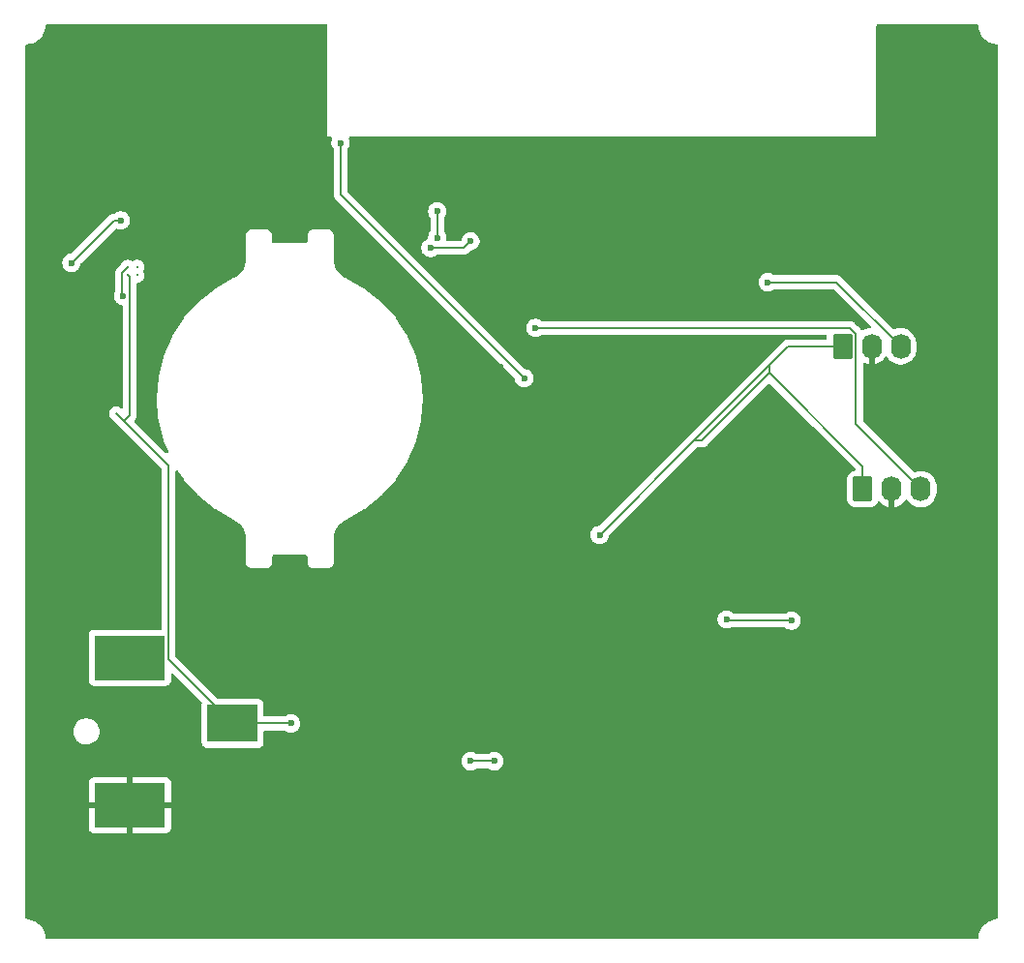
<source format=gbr>
%TF.GenerationSoftware,KiCad,Pcbnew,9.0.4*%
%TF.CreationDate,2025-10-08T17:20:44-05:00*%
%TF.ProjectId,ECE 445 - Suction Sense PCB-1,45434520-3434-4352-902d-205375637469,rev?*%
%TF.SameCoordinates,Original*%
%TF.FileFunction,Copper,L2,Bot*%
%TF.FilePolarity,Positive*%
%FSLAX46Y46*%
G04 Gerber Fmt 4.6, Leading zero omitted, Abs format (unit mm)*
G04 Created by KiCad (PCBNEW 9.0.4) date 2025-10-08 17:20:44*
%MOMM*%
%LPD*%
G01*
G04 APERTURE LIST*
G04 Aperture macros list*
%AMRoundRect*
0 Rectangle with rounded corners*
0 $1 Rounding radius*
0 $2 $3 $4 $5 $6 $7 $8 $9 X,Y pos of 4 corners*
0 Add a 4 corners polygon primitive as box body*
4,1,4,$2,$3,$4,$5,$6,$7,$8,$9,$2,$3,0*
0 Add four circle primitives for the rounded corners*
1,1,$1+$1,$2,$3*
1,1,$1+$1,$4,$5*
1,1,$1+$1,$6,$7*
1,1,$1+$1,$8,$9*
0 Add four rect primitives between the rounded corners*
20,1,$1+$1,$2,$3,$4,$5,0*
20,1,$1+$1,$4,$5,$6,$7,0*
20,1,$1+$1,$6,$7,$8,$9,0*
20,1,$1+$1,$8,$9,$2,$3,0*%
G04 Aperture macros list end*
%TA.AperFunction,ComponentPad*%
%ADD10C,0.300000*%
%TD*%
%TA.AperFunction,ComponentPad*%
%ADD11RoundRect,0.250000X-0.620000X-0.845000X0.620000X-0.845000X0.620000X0.845000X-0.620000X0.845000X0*%
%TD*%
%TA.AperFunction,ComponentPad*%
%ADD12O,1.740000X2.190000*%
%TD*%
%TA.AperFunction,HeatsinkPad*%
%ADD13C,0.600000*%
%TD*%
%TA.AperFunction,SMDPad,CuDef*%
%ADD14R,4.400000X3.300000*%
%TD*%
%TA.AperFunction,SMDPad,CuDef*%
%ADD15R,6.200000X3.900000*%
%TD*%
%TA.AperFunction,ViaPad*%
%ADD16C,0.600000*%
%TD*%
%TA.AperFunction,Conductor*%
%ADD17C,0.200000*%
%TD*%
G04 APERTURE END LIST*
D10*
%TO.P,U2,1_1,OUT__1*%
%TO.N,/BUCK_IN*%
X102938000Y-74587000D03*
%TO.P,U2,2_1,IN2__1*%
%TO.N,+5VB*%
X102938000Y-75287000D03*
%TO.P,U2,7_1,IN1__1*%
%TO.N,+3.7VA*%
X103738000Y-75287000D03*
%TO.P,U2,8_1,OUT__3*%
%TO.N,/BUCK_IN*%
X103738000Y-74587000D03*
%TD*%
D11*
%TO.P,J1,1,Pin_1*%
%TO.N,/3v3*%
X165460000Y-81500000D03*
D12*
%TO.P,J1,2,Pin_2*%
%TO.N,GND*%
X168000000Y-81500000D03*
%TO.P,J1,3,Pin_3*%
%TO.N,/IO5*%
X170540000Y-81500000D03*
%TD*%
D13*
%TO.P,U1,39,GND*%
%TO.N,GND*%
X141500000Y-71501000D03*
X141500000Y-72901000D03*
X142200000Y-70801000D03*
X142200000Y-72201000D03*
X142200000Y-73601000D03*
X142875000Y-71501000D03*
X142875000Y-72901000D03*
X143600000Y-70801000D03*
X143600000Y-72201000D03*
X143600000Y-73601000D03*
X144300000Y-71501000D03*
X144300000Y-72901000D03*
%TD*%
D11*
%TO.P,J2,1,Pin_1*%
%TO.N,/3v3*%
X167220000Y-94000000D03*
D12*
%TO.P,J2,2,Pin_2*%
%TO.N,GND*%
X169760000Y-94000000D03*
%TO.P,J2,3,Pin_3*%
%TO.N,/IO12*%
X172300000Y-94000000D03*
%TD*%
D14*
%TO.P,J4,1*%
%TO.N,+5VB*%
X112100000Y-114500000D03*
D15*
%TO.P,J4,2*%
%TO.N,GND*%
X103100000Y-121650000D03*
%TO.P,J4,3*%
%TO.N,N/C*%
X103100000Y-108750000D03*
%TD*%
D16*
%TO.N,*%
X98000000Y-74200000D03*
X102300000Y-70500000D03*
%TO.N,/3v3*%
X130000000Y-72000000D03*
X144200000Y-98000000D03*
X130000000Y-69700000D03*
%TO.N,GND*%
X128400000Y-91400000D03*
X114000000Y-66600000D03*
X160900000Y-103300000D03*
X131500000Y-87000000D03*
X135500000Y-83300000D03*
X133300000Y-84600000D03*
X157600000Y-103400000D03*
X156400000Y-103400000D03*
X115100000Y-62100000D03*
%TO.N,Net-(U3-BST)*%
X161000000Y-105500000D03*
X155300000Y-105400000D03*
%TO.N,/BUCK_IN*%
X102500000Y-77100000D03*
%TO.N,/IO35*%
X132900000Y-72300000D03*
X129400000Y-72900000D03*
%TO.N,/IO5*%
X158900000Y-75900000D03*
%TO.N,/IO12*%
X138600000Y-79900000D03*
%TO.N,/IO2*%
X121539600Y-63730500D03*
X137600000Y-84300000D03*
%TO.N,+5VB*%
X117200000Y-114500000D03*
%TO.N,Net-(U4-V_{SS})*%
X135000000Y-117800000D03*
X132900000Y-117800000D03*
%TD*%
D17*
%TO.N,*%
X102300000Y-70500000D02*
X101700000Y-70500000D01*
X101700000Y-70500000D02*
X98000000Y-74200000D01*
%TO.N,/3v3*%
X165460000Y-81500000D02*
X160700000Y-81500000D01*
X167220000Y-94000000D02*
X167220000Y-92020000D01*
X160700000Y-81500000D02*
X152450000Y-89750000D01*
X152450000Y-89750000D02*
X144200000Y-98000000D01*
X159050000Y-83850000D02*
X159050000Y-83150000D01*
X167220000Y-92020000D02*
X159050000Y-83850000D01*
X152450000Y-89750000D02*
X153150000Y-89750000D01*
X130000000Y-72000000D02*
X130000000Y-69700000D01*
X153150000Y-89750000D02*
X159050000Y-83850000D01*
%TO.N,GND*%
X114000000Y-66600000D02*
X114000000Y-63200000D01*
X128400000Y-90100000D02*
X128400000Y-91400000D01*
X131500000Y-87000000D02*
X128400000Y-90100000D01*
X135500000Y-83300000D02*
X134600000Y-83300000D01*
X134600000Y-83300000D02*
X133300000Y-84600000D01*
X157600000Y-103400000D02*
X160800000Y-103400000D01*
X114000000Y-63200000D02*
X115100000Y-62100000D01*
X160800000Y-103400000D02*
X160900000Y-103300000D01*
%TO.N,Net-(U3-BST)*%
X155400000Y-105500000D02*
X155300000Y-105400000D01*
X161000000Y-105500000D02*
X155400000Y-105500000D01*
%TO.N,/BUCK_IN*%
X102500000Y-77100000D02*
X102436800Y-77036800D01*
X102436800Y-77036800D02*
X102436800Y-75088200D01*
X102436800Y-75088200D02*
X102938000Y-74587000D01*
%TO.N,/IO35*%
X129400000Y-72900000D02*
X132300000Y-72900000D01*
X132300000Y-72900000D02*
X132900000Y-72300000D01*
%TO.N,/IO5*%
X164940000Y-75900000D02*
X170540000Y-81500000D01*
X158900000Y-75900000D02*
X164940000Y-75900000D01*
%TO.N,/IO12*%
X166631000Y-80419800D02*
X166111000Y-79900000D01*
X172300000Y-94000000D02*
X166631000Y-88331000D01*
X166111000Y-79900000D02*
X138600000Y-79900000D01*
X166631000Y-88331000D02*
X166631000Y-80419800D01*
%TO.N,/IO2*%
X121539600Y-68239600D02*
X121539600Y-63730500D01*
X137600000Y-84300000D02*
X124349500Y-71049500D01*
X124349500Y-71049500D02*
X124099000Y-70799000D01*
X124099000Y-70799000D02*
X121539600Y-68239600D01*
%TO.N,+5VB*%
X112100000Y-114500000D02*
X106501000Y-108901000D01*
X106501000Y-108901000D02*
X106501000Y-91954100D01*
X103107900Y-87522000D02*
X102588400Y-88041500D01*
X102588400Y-88041500D02*
X101900000Y-87353100D01*
X112100000Y-114500000D02*
X117200000Y-114500000D01*
X106501000Y-91954100D02*
X102588400Y-88041500D01*
X103107900Y-75456900D02*
X103107900Y-87522000D01*
X102938000Y-75287000D02*
X103107900Y-75456900D01*
%TO.N,Net-(U4-V_{SS})*%
X135000000Y-117800000D02*
X132900000Y-117800000D01*
%TD*%
%TA.AperFunction,Conductor*%
%TO.N,GND*%
G36*
X120343039Y-53359685D02*
G01*
X120388794Y-53412489D01*
X120400000Y-53464000D01*
X120400000Y-63181000D01*
X120715176Y-63181000D01*
X120782215Y-63200685D01*
X120827970Y-63253489D01*
X120837914Y-63322647D01*
X120829737Y-63352452D01*
X120769864Y-63496998D01*
X120769861Y-63497010D01*
X120739100Y-63651653D01*
X120739100Y-63809346D01*
X120769861Y-63963989D01*
X120769864Y-63964001D01*
X120830202Y-64109672D01*
X120830209Y-64109685D01*
X120918202Y-64241374D01*
X120939080Y-64308051D01*
X120939100Y-64310265D01*
X120939100Y-68152930D01*
X120939099Y-68152948D01*
X120939099Y-68318654D01*
X120939098Y-68318654D01*
X120980023Y-68471385D01*
X121008958Y-68521500D01*
X121008959Y-68521504D01*
X121008960Y-68521504D01*
X121059079Y-68608314D01*
X121059081Y-68608317D01*
X121177949Y-68727185D01*
X121177955Y-68727190D01*
X136765425Y-84314660D01*
X136798910Y-84375983D01*
X136799361Y-84378149D01*
X136830261Y-84533491D01*
X136830264Y-84533501D01*
X136890602Y-84679172D01*
X136890609Y-84679185D01*
X136978210Y-84810288D01*
X136978213Y-84810292D01*
X137089707Y-84921786D01*
X137089711Y-84921789D01*
X137220814Y-85009390D01*
X137220827Y-85009397D01*
X137366498Y-85069735D01*
X137366503Y-85069737D01*
X137521153Y-85100499D01*
X137521156Y-85100500D01*
X137521158Y-85100500D01*
X137678844Y-85100500D01*
X137678845Y-85100499D01*
X137833497Y-85069737D01*
X137979179Y-85009394D01*
X138110289Y-84921789D01*
X138221789Y-84810289D01*
X138309394Y-84679179D01*
X138369737Y-84533497D01*
X138400500Y-84378842D01*
X138400500Y-84221158D01*
X138400500Y-84221155D01*
X138400499Y-84221153D01*
X138397732Y-84207241D01*
X138369737Y-84066503D01*
X138369735Y-84066498D01*
X138309397Y-83920827D01*
X138309390Y-83920814D01*
X138221789Y-83789711D01*
X138221786Y-83789707D01*
X138110292Y-83678213D01*
X138110288Y-83678210D01*
X137979185Y-83590609D01*
X137979172Y-83590602D01*
X137833501Y-83530264D01*
X137833491Y-83530261D01*
X137678149Y-83499361D01*
X137616238Y-83466976D01*
X137614660Y-83465425D01*
X133970388Y-79821153D01*
X137799500Y-79821153D01*
X137799500Y-79978846D01*
X137830261Y-80133489D01*
X137830264Y-80133501D01*
X137890602Y-80279172D01*
X137890609Y-80279185D01*
X137978210Y-80410288D01*
X137978213Y-80410292D01*
X138089707Y-80521786D01*
X138089711Y-80521789D01*
X138220814Y-80609390D01*
X138220827Y-80609397D01*
X138357092Y-80665839D01*
X138366503Y-80669737D01*
X138463073Y-80688946D01*
X138521153Y-80700499D01*
X138521156Y-80700500D01*
X138521158Y-80700500D01*
X138678844Y-80700500D01*
X138678845Y-80700499D01*
X138833497Y-80669737D01*
X138946166Y-80623067D01*
X138979172Y-80609397D01*
X138979172Y-80609396D01*
X138979179Y-80609394D01*
X139058040Y-80556701D01*
X139110875Y-80521398D01*
X139177553Y-80500520D01*
X139179766Y-80500500D01*
X163965500Y-80500500D01*
X163974185Y-80503050D01*
X163983147Y-80501762D01*
X164007187Y-80512740D01*
X164032539Y-80520185D01*
X164038466Y-80527025D01*
X164046703Y-80530787D01*
X164060992Y-80553021D01*
X164078294Y-80572989D01*
X164080581Y-80583503D01*
X164084477Y-80589565D01*
X164089500Y-80624500D01*
X164089500Y-80775500D01*
X164069815Y-80842539D01*
X164017011Y-80888294D01*
X163965500Y-80899500D01*
X160786669Y-80899500D01*
X160786653Y-80899499D01*
X160779057Y-80899499D01*
X160620943Y-80899499D01*
X160513587Y-80928265D01*
X160468210Y-80940424D01*
X160468209Y-80940425D01*
X160418096Y-80969359D01*
X160418095Y-80969360D01*
X160374689Y-80994420D01*
X160331285Y-81019479D01*
X160331282Y-81019481D01*
X144185339Y-97165425D01*
X144124016Y-97198910D01*
X144121850Y-97199361D01*
X143966508Y-97230261D01*
X143966498Y-97230264D01*
X143820827Y-97290602D01*
X143820814Y-97290609D01*
X143689711Y-97378210D01*
X143689707Y-97378213D01*
X143578213Y-97489707D01*
X143578210Y-97489711D01*
X143490609Y-97620814D01*
X143490602Y-97620827D01*
X143430264Y-97766498D01*
X143430261Y-97766510D01*
X143399500Y-97921153D01*
X143399500Y-98078846D01*
X143430261Y-98233489D01*
X143430264Y-98233501D01*
X143490602Y-98379172D01*
X143490609Y-98379185D01*
X143578210Y-98510288D01*
X143578213Y-98510292D01*
X143689707Y-98621786D01*
X143689711Y-98621789D01*
X143820814Y-98709390D01*
X143820827Y-98709397D01*
X143966498Y-98769735D01*
X143966503Y-98769737D01*
X144121153Y-98800499D01*
X144121156Y-98800500D01*
X144121158Y-98800500D01*
X144278844Y-98800500D01*
X144278845Y-98800499D01*
X144433497Y-98769737D01*
X144579179Y-98709394D01*
X144710289Y-98621789D01*
X144821789Y-98510289D01*
X144909394Y-98379179D01*
X144969737Y-98233497D01*
X144989113Y-98136085D01*
X145000638Y-98078150D01*
X145033023Y-98016239D01*
X145034518Y-98014716D01*
X152662416Y-90386819D01*
X152723739Y-90353334D01*
X152750097Y-90350500D01*
X153063331Y-90350500D01*
X153063347Y-90350501D01*
X153070943Y-90350501D01*
X153229054Y-90350501D01*
X153229057Y-90350501D01*
X153381785Y-90309577D01*
X153431904Y-90280639D01*
X153518716Y-90230520D01*
X153630520Y-90118716D01*
X153630520Y-90118714D01*
X153640728Y-90108507D01*
X153640730Y-90108504D01*
X158962320Y-84786913D01*
X159023641Y-84753430D01*
X159093333Y-84758414D01*
X159137677Y-84786913D01*
X162872785Y-88522020D01*
X166551719Y-92200954D01*
X166585204Y-92262277D01*
X166580220Y-92331969D01*
X166538348Y-92387902D01*
X166476643Y-92411993D01*
X166447201Y-92415001D01*
X166447200Y-92415001D01*
X166280668Y-92470185D01*
X166280663Y-92470187D01*
X166131342Y-92562289D01*
X166007289Y-92686342D01*
X165915187Y-92835663D01*
X165915185Y-92835668D01*
X165914801Y-92836828D01*
X165860001Y-93002203D01*
X165860001Y-93002204D01*
X165860000Y-93002204D01*
X165849500Y-93104983D01*
X165849500Y-94895001D01*
X165849501Y-94895018D01*
X165860000Y-94997796D01*
X165860001Y-94997799D01*
X165897774Y-95111788D01*
X165915186Y-95164334D01*
X166007288Y-95313656D01*
X166131344Y-95437712D01*
X166280666Y-95529814D01*
X166447203Y-95584999D01*
X166549991Y-95595500D01*
X167890008Y-95595499D01*
X167992797Y-95584999D01*
X168159334Y-95529814D01*
X168308656Y-95437712D01*
X168432712Y-95313656D01*
X168524814Y-95164334D01*
X168524817Y-95164323D01*
X168525353Y-95163177D01*
X168525934Y-95162516D01*
X168528605Y-95158187D01*
X168529344Y-95158643D01*
X168571521Y-95110734D01*
X168638713Y-95091577D01*
X168705596Y-95111788D01*
X168725420Y-95127892D01*
X168867502Y-95269974D01*
X169041963Y-95396728D01*
X169234098Y-95494627D01*
X169439190Y-95561266D01*
X169510000Y-95572481D01*
X169510000Y-94542709D01*
X169530339Y-94554452D01*
X169681667Y-94595000D01*
X169838333Y-94595000D01*
X169989661Y-94554452D01*
X170010000Y-94542709D01*
X170010000Y-95572480D01*
X170080809Y-95561266D01*
X170285901Y-95494627D01*
X170478036Y-95396728D01*
X170652496Y-95269974D01*
X170652497Y-95269974D01*
X170804974Y-95117497D01*
X170804979Y-95117491D01*
X170929372Y-94946280D01*
X170984702Y-94903614D01*
X171054315Y-94897635D01*
X171116110Y-94930241D01*
X171130008Y-94946279D01*
X171254641Y-95117821D01*
X171407179Y-95270359D01*
X171581701Y-95397157D01*
X171773911Y-95495092D01*
X171979074Y-95561754D01*
X172046796Y-95572480D01*
X172192134Y-95595500D01*
X172192139Y-95595500D01*
X172407866Y-95595500D01*
X172526230Y-95576752D01*
X172620926Y-95561754D01*
X172826089Y-95495092D01*
X173018299Y-95397157D01*
X173192821Y-95270359D01*
X173345359Y-95117821D01*
X173472157Y-94943299D01*
X173570092Y-94751089D01*
X173636754Y-94545926D01*
X173651752Y-94451230D01*
X173670500Y-94332866D01*
X173670500Y-93667133D01*
X173636754Y-93454077D01*
X173636754Y-93454074D01*
X173570092Y-93248911D01*
X173472157Y-93056701D01*
X173345359Y-92882179D01*
X173192821Y-92729641D01*
X173018299Y-92602843D01*
X172826089Y-92504908D01*
X172620926Y-92438246D01*
X172620924Y-92438245D01*
X172620922Y-92438245D01*
X172407866Y-92404500D01*
X172407861Y-92404500D01*
X172192139Y-92404500D01*
X172192134Y-92404500D01*
X171979077Y-92438245D01*
X171979076Y-92438245D01*
X171773915Y-92504906D01*
X171769419Y-92506769D01*
X171768914Y-92505550D01*
X171706158Y-92517329D01*
X171641421Y-92491045D01*
X171630866Y-92481630D01*
X167267819Y-88118583D01*
X167234334Y-88057260D01*
X167231500Y-88030902D01*
X167231500Y-83073366D01*
X167251185Y-83006327D01*
X167303989Y-82960572D01*
X167373147Y-82950628D01*
X167411796Y-82962882D01*
X167474096Y-82994626D01*
X167679190Y-83061266D01*
X167750000Y-83072481D01*
X167750000Y-82042709D01*
X167770339Y-82054452D01*
X167921667Y-82095000D01*
X168078333Y-82095000D01*
X168229661Y-82054452D01*
X168250000Y-82042709D01*
X168250000Y-83072480D01*
X168320809Y-83061266D01*
X168525901Y-82994627D01*
X168718036Y-82896728D01*
X168892496Y-82769974D01*
X168892497Y-82769974D01*
X169044974Y-82617497D01*
X169044979Y-82617491D01*
X169169372Y-82446280D01*
X169224702Y-82403614D01*
X169294315Y-82397635D01*
X169356110Y-82430241D01*
X169370008Y-82446279D01*
X169494641Y-82617821D01*
X169647179Y-82770359D01*
X169821701Y-82897157D01*
X170013911Y-82995092D01*
X170219074Y-83061754D01*
X170286796Y-83072480D01*
X170432134Y-83095500D01*
X170432139Y-83095500D01*
X170647866Y-83095500D01*
X170766230Y-83076752D01*
X170860926Y-83061754D01*
X171066089Y-82995092D01*
X171258299Y-82897157D01*
X171432821Y-82770359D01*
X171585359Y-82617821D01*
X171712157Y-82443299D01*
X171810092Y-82251089D01*
X171876754Y-82045926D01*
X171891752Y-81951230D01*
X171910500Y-81832866D01*
X171910500Y-81167133D01*
X171876754Y-80954077D01*
X171876754Y-80954074D01*
X171810092Y-80748911D01*
X171712157Y-80556701D01*
X171585359Y-80382179D01*
X171432821Y-80229641D01*
X171258299Y-80102843D01*
X171066089Y-80004908D01*
X170860926Y-79938246D01*
X170860924Y-79938245D01*
X170860922Y-79938245D01*
X170647866Y-79904500D01*
X170647861Y-79904500D01*
X170432139Y-79904500D01*
X170432134Y-79904500D01*
X170219077Y-79938245D01*
X170013913Y-80004907D01*
X170009407Y-80006774D01*
X170008901Y-80005552D01*
X169946157Y-80017329D01*
X169881420Y-79991045D01*
X169870865Y-79981630D01*
X165427590Y-75538355D01*
X165427588Y-75538352D01*
X165308717Y-75419481D01*
X165308709Y-75419475D01*
X165199500Y-75356424D01*
X165199499Y-75356423D01*
X165180018Y-75345176D01*
X165171785Y-75340423D01*
X165019057Y-75299499D01*
X164860943Y-75299499D01*
X164853347Y-75299499D01*
X164853331Y-75299500D01*
X159479766Y-75299500D01*
X159412727Y-75279815D01*
X159410875Y-75278602D01*
X159279185Y-75190609D01*
X159279172Y-75190602D01*
X159133501Y-75130264D01*
X159133489Y-75130261D01*
X158978845Y-75099500D01*
X158978842Y-75099500D01*
X158821158Y-75099500D01*
X158821155Y-75099500D01*
X158666510Y-75130261D01*
X158666498Y-75130264D01*
X158520827Y-75190602D01*
X158520814Y-75190609D01*
X158389711Y-75278210D01*
X158389707Y-75278213D01*
X158278213Y-75389707D01*
X158278210Y-75389711D01*
X158190609Y-75520814D01*
X158190602Y-75520827D01*
X158130264Y-75666498D01*
X158130261Y-75666510D01*
X158099500Y-75821153D01*
X158099500Y-75978846D01*
X158130261Y-76133489D01*
X158130264Y-76133501D01*
X158190602Y-76279172D01*
X158190609Y-76279185D01*
X158278210Y-76410288D01*
X158278213Y-76410292D01*
X158389707Y-76521786D01*
X158389711Y-76521789D01*
X158520814Y-76609390D01*
X158520827Y-76609397D01*
X158666498Y-76669735D01*
X158666503Y-76669737D01*
X158821153Y-76700499D01*
X158821156Y-76700500D01*
X158821158Y-76700500D01*
X158978844Y-76700500D01*
X158978845Y-76700499D01*
X159133497Y-76669737D01*
X159246166Y-76623067D01*
X159279172Y-76609397D01*
X159279172Y-76609396D01*
X159279179Y-76609394D01*
X159279185Y-76609390D01*
X159410875Y-76521398D01*
X159477553Y-76500520D01*
X159479766Y-76500500D01*
X164639903Y-76500500D01*
X164706942Y-76520185D01*
X164727584Y-76536819D01*
X167895845Y-79705080D01*
X167929330Y-79766403D01*
X167924346Y-79836095D01*
X167882474Y-79892028D01*
X167827562Y-79915234D01*
X167679190Y-79938733D01*
X167474098Y-80005373D01*
X167278390Y-80105091D01*
X167272715Y-80106156D01*
X167268179Y-80109724D01*
X167238764Y-80112532D01*
X167209720Y-80117987D01*
X167204372Y-80115816D01*
X167198626Y-80116365D01*
X167172357Y-80102822D01*
X167144980Y-80091710D01*
X167140318Y-80086304D01*
X167136524Y-80084348D01*
X167114707Y-80056604D01*
X167111523Y-80051089D01*
X167111522Y-80051088D01*
X167111520Y-80051084D01*
X167111516Y-80051080D01*
X167111467Y-80051016D01*
X167111451Y-80050996D01*
X167111449Y-80050992D01*
X167057070Y-79996634D01*
X166999716Y-79939280D01*
X166999663Y-79939249D01*
X166765403Y-79705080D01*
X166539180Y-79478944D01*
X166479716Y-79419480D01*
X166479715Y-79419479D01*
X166479711Y-79419475D01*
X166479638Y-79419419D01*
X166479623Y-79419410D01*
X166428154Y-79389707D01*
X166414100Y-79381596D01*
X166414082Y-79381586D01*
X166342782Y-79340422D01*
X166342682Y-79340380D01*
X166315932Y-79333217D01*
X166265023Y-79319586D01*
X166263824Y-79319265D01*
X166190057Y-79299500D01*
X166190002Y-79299500D01*
X166189942Y-79299484D01*
X166189914Y-79299484D01*
X166189911Y-79299483D01*
X166108350Y-79299499D01*
X166108334Y-79299500D01*
X139179766Y-79299500D01*
X139112727Y-79279815D01*
X139110875Y-79278602D01*
X138979185Y-79190609D01*
X138979172Y-79190602D01*
X138833501Y-79130264D01*
X138833489Y-79130261D01*
X138678845Y-79099500D01*
X138678842Y-79099500D01*
X138521158Y-79099500D01*
X138521155Y-79099500D01*
X138366510Y-79130261D01*
X138366498Y-79130264D01*
X138220827Y-79190602D01*
X138220814Y-79190609D01*
X138089711Y-79278210D01*
X138089707Y-79278213D01*
X137978213Y-79389707D01*
X137978210Y-79389711D01*
X137890609Y-79520814D01*
X137890602Y-79520827D01*
X137830264Y-79666498D01*
X137830261Y-79666510D01*
X137799500Y-79821153D01*
X133970388Y-79821153D01*
X126970388Y-72821153D01*
X128599500Y-72821153D01*
X128599500Y-72978846D01*
X128630261Y-73133489D01*
X128630264Y-73133501D01*
X128690602Y-73279172D01*
X128690609Y-73279185D01*
X128778210Y-73410288D01*
X128778213Y-73410292D01*
X128889707Y-73521786D01*
X128889711Y-73521789D01*
X129020814Y-73609390D01*
X129020827Y-73609397D01*
X129166498Y-73669735D01*
X129166503Y-73669737D01*
X129321153Y-73700499D01*
X129321156Y-73700500D01*
X129321158Y-73700500D01*
X129478844Y-73700500D01*
X129478845Y-73700499D01*
X129633497Y-73669737D01*
X129779179Y-73609394D01*
X129825849Y-73578210D01*
X129910875Y-73521398D01*
X129977553Y-73500520D01*
X129979766Y-73500500D01*
X132213331Y-73500500D01*
X132213347Y-73500501D01*
X132220943Y-73500501D01*
X132379054Y-73500501D01*
X132379057Y-73500501D01*
X132531785Y-73459577D01*
X132582558Y-73430263D01*
X132668716Y-73380520D01*
X132780520Y-73268716D01*
X132780520Y-73268714D01*
X132790724Y-73258511D01*
X132790730Y-73258504D01*
X132914662Y-73134572D01*
X132975984Y-73101088D01*
X132978151Y-73100637D01*
X132978840Y-73100500D01*
X132978842Y-73100500D01*
X133133497Y-73069737D01*
X133279179Y-73009394D01*
X133410289Y-72921789D01*
X133521789Y-72810289D01*
X133609394Y-72679179D01*
X133669737Y-72533497D01*
X133700500Y-72378842D01*
X133700500Y-72221158D01*
X133700500Y-72221155D01*
X133700499Y-72221153D01*
X133682420Y-72130263D01*
X133669737Y-72066503D01*
X133609534Y-71921158D01*
X133609397Y-71920827D01*
X133609390Y-71920814D01*
X133521789Y-71789711D01*
X133521786Y-71789707D01*
X133410292Y-71678213D01*
X133410288Y-71678210D01*
X133279185Y-71590609D01*
X133279172Y-71590602D01*
X133133501Y-71530264D01*
X133133489Y-71530261D01*
X132978845Y-71499500D01*
X132978842Y-71499500D01*
X132821158Y-71499500D01*
X132821155Y-71499500D01*
X132666510Y-71530261D01*
X132666498Y-71530264D01*
X132520827Y-71590602D01*
X132520814Y-71590609D01*
X132389711Y-71678210D01*
X132389707Y-71678213D01*
X132278213Y-71789707D01*
X132278210Y-71789711D01*
X132190609Y-71920814D01*
X132190602Y-71920827D01*
X132130264Y-72066498D01*
X132130261Y-72066508D01*
X132103769Y-72199692D01*
X132071384Y-72261603D01*
X132010668Y-72296177D01*
X131982152Y-72299500D01*
X130907703Y-72299500D01*
X130840664Y-72279815D01*
X130794909Y-72227011D01*
X130784965Y-72157853D01*
X130786086Y-72151309D01*
X130800499Y-72078846D01*
X130800500Y-72078844D01*
X130800500Y-71921155D01*
X130800499Y-71921153D01*
X130786592Y-71851240D01*
X130769737Y-71766503D01*
X130757918Y-71737969D01*
X130709397Y-71620827D01*
X130709390Y-71620814D01*
X130621398Y-71489125D01*
X130600520Y-71422447D01*
X130600500Y-71420234D01*
X130600500Y-70279765D01*
X130620185Y-70212726D01*
X130621398Y-70210874D01*
X130674579Y-70131284D01*
X130709394Y-70079179D01*
X130769737Y-69933497D01*
X130800500Y-69778842D01*
X130800500Y-69621158D01*
X130800500Y-69621155D01*
X130800499Y-69621153D01*
X130769738Y-69466510D01*
X130769737Y-69466503D01*
X130769735Y-69466498D01*
X130709397Y-69320827D01*
X130709390Y-69320814D01*
X130621789Y-69189711D01*
X130621786Y-69189707D01*
X130510292Y-69078213D01*
X130510288Y-69078210D01*
X130379185Y-68990609D01*
X130379172Y-68990602D01*
X130233501Y-68930264D01*
X130233489Y-68930261D01*
X130078845Y-68899500D01*
X130078842Y-68899500D01*
X129921158Y-68899500D01*
X129921155Y-68899500D01*
X129766510Y-68930261D01*
X129766498Y-68930264D01*
X129620827Y-68990602D01*
X129620814Y-68990609D01*
X129489711Y-69078210D01*
X129489707Y-69078213D01*
X129378213Y-69189707D01*
X129378210Y-69189711D01*
X129290609Y-69320814D01*
X129290602Y-69320827D01*
X129230264Y-69466498D01*
X129230261Y-69466510D01*
X129199500Y-69621153D01*
X129199500Y-69778846D01*
X129230261Y-69933489D01*
X129230264Y-69933501D01*
X129290602Y-70079172D01*
X129290609Y-70079185D01*
X129378602Y-70210874D01*
X129399480Y-70277551D01*
X129399500Y-70279765D01*
X129399500Y-71420234D01*
X129379815Y-71487273D01*
X129378602Y-71489125D01*
X129290609Y-71620814D01*
X129290602Y-71620827D01*
X129230264Y-71766498D01*
X129230261Y-71766510D01*
X129199500Y-71921153D01*
X129199500Y-72033740D01*
X129179815Y-72100779D01*
X129127011Y-72146534D01*
X129122953Y-72148301D01*
X129020824Y-72190604D01*
X129020814Y-72190609D01*
X128889711Y-72278210D01*
X128889707Y-72278213D01*
X128778213Y-72389707D01*
X128778210Y-72389711D01*
X128690609Y-72520814D01*
X128690602Y-72520827D01*
X128630264Y-72666498D01*
X128630261Y-72666510D01*
X128599500Y-72821153D01*
X126970388Y-72821153D01*
X122176419Y-68027184D01*
X122142934Y-67965861D01*
X122140100Y-67939503D01*
X122140100Y-64310265D01*
X122159785Y-64243226D01*
X122160998Y-64241374D01*
X122248990Y-64109685D01*
X122248990Y-64109684D01*
X122248994Y-64109679D01*
X122309337Y-63963997D01*
X122340100Y-63809342D01*
X122340100Y-63651658D01*
X122340100Y-63651655D01*
X122340099Y-63651653D01*
X122309338Y-63497010D01*
X122309337Y-63497003D01*
X122309335Y-63496998D01*
X122249463Y-63352452D01*
X122241994Y-63282983D01*
X122273269Y-63220504D01*
X122333359Y-63184852D01*
X122364024Y-63181000D01*
X168400000Y-63181000D01*
X168400000Y-53464000D01*
X168419685Y-53396961D01*
X168472489Y-53351206D01*
X168524000Y-53340000D01*
X177195841Y-53340000D01*
X177262880Y-53359685D01*
X177308635Y-53412489D01*
X177318293Y-53450798D01*
X177318970Y-53450709D01*
X177319500Y-53454734D01*
X177349452Y-53682238D01*
X177349453Y-53682240D01*
X177408842Y-53903887D01*
X177496650Y-54115876D01*
X177496657Y-54115890D01*
X177611392Y-54314617D01*
X177751081Y-54496661D01*
X177751089Y-54496670D01*
X177913330Y-54658911D01*
X177913338Y-54658918D01*
X178095382Y-54798607D01*
X178095385Y-54798608D01*
X178095388Y-54798611D01*
X178294112Y-54913344D01*
X178294117Y-54913346D01*
X178294123Y-54913349D01*
X178385480Y-54951190D01*
X178506113Y-55001158D01*
X178727762Y-55060548D01*
X178941192Y-55088647D01*
X178959291Y-55091030D01*
X178959127Y-55092268D01*
X179019693Y-55114432D01*
X179061911Y-55170104D01*
X179070000Y-55214158D01*
X179070000Y-131475841D01*
X179050315Y-131542880D01*
X178997511Y-131588635D01*
X178959201Y-131598293D01*
X178959291Y-131598970D01*
X178814233Y-131618067D01*
X178727762Y-131629452D01*
X178634076Y-131654554D01*
X178506112Y-131688842D01*
X178294123Y-131776650D01*
X178294109Y-131776657D01*
X178095382Y-131891392D01*
X177913338Y-132031081D01*
X177751081Y-132193338D01*
X177611392Y-132375382D01*
X177496657Y-132574109D01*
X177496650Y-132574123D01*
X177408842Y-132786112D01*
X177349453Y-133007759D01*
X177349451Y-133007770D01*
X177318970Y-133239291D01*
X177317740Y-133239129D01*
X177295542Y-133299727D01*
X177239855Y-133341926D01*
X177195841Y-133350000D01*
X95854159Y-133350000D01*
X95787120Y-133330315D01*
X95741365Y-133277511D01*
X95731706Y-133239201D01*
X95731030Y-133239291D01*
X95728647Y-133221192D01*
X95700548Y-133007762D01*
X95641158Y-132786113D01*
X95553344Y-132574112D01*
X95438611Y-132375388D01*
X95438608Y-132375385D01*
X95438607Y-132375382D01*
X95298918Y-132193338D01*
X95298911Y-132193330D01*
X95136670Y-132031089D01*
X95136661Y-132031081D01*
X94954617Y-131891392D01*
X94755890Y-131776657D01*
X94755876Y-131776650D01*
X94543887Y-131688842D01*
X94322238Y-131629452D01*
X94166120Y-131608898D01*
X94090709Y-131598970D01*
X94090870Y-131597740D01*
X94030273Y-131575542D01*
X93988074Y-131519855D01*
X93980000Y-131475841D01*
X93980000Y-123647844D01*
X99500000Y-123647844D01*
X99506401Y-123707372D01*
X99506403Y-123707379D01*
X99556645Y-123842086D01*
X99556649Y-123842093D01*
X99642809Y-123957187D01*
X99642812Y-123957190D01*
X99757906Y-124043350D01*
X99757913Y-124043354D01*
X99892620Y-124093596D01*
X99892627Y-124093598D01*
X99952155Y-124099999D01*
X99952172Y-124100000D01*
X102850000Y-124100000D01*
X103350000Y-124100000D01*
X106247828Y-124100000D01*
X106247844Y-124099999D01*
X106307372Y-124093598D01*
X106307379Y-124093596D01*
X106442086Y-124043354D01*
X106442093Y-124043350D01*
X106557187Y-123957190D01*
X106557190Y-123957187D01*
X106643350Y-123842093D01*
X106643354Y-123842086D01*
X106693596Y-123707379D01*
X106693598Y-123707372D01*
X106699999Y-123647844D01*
X106700000Y-123647827D01*
X106700000Y-121900000D01*
X103350000Y-121900000D01*
X103350000Y-124100000D01*
X102850000Y-124100000D01*
X102850000Y-121900000D01*
X99500000Y-121900000D01*
X99500000Y-123647844D01*
X93980000Y-123647844D01*
X93980000Y-119652155D01*
X99500000Y-119652155D01*
X99500000Y-121400000D01*
X102850000Y-121400000D01*
X103350000Y-121400000D01*
X106700000Y-121400000D01*
X106700000Y-119652172D01*
X106699999Y-119652155D01*
X106693598Y-119592627D01*
X106693596Y-119592620D01*
X106643354Y-119457913D01*
X106643350Y-119457906D01*
X106557190Y-119342812D01*
X106557187Y-119342809D01*
X106442093Y-119256649D01*
X106442086Y-119256645D01*
X106307379Y-119206403D01*
X106307372Y-119206401D01*
X106247844Y-119200000D01*
X103350000Y-119200000D01*
X103350000Y-121400000D01*
X102850000Y-121400000D01*
X102850000Y-119200000D01*
X99952155Y-119200000D01*
X99892627Y-119206401D01*
X99892620Y-119206403D01*
X99757913Y-119256645D01*
X99757906Y-119256649D01*
X99642812Y-119342809D01*
X99642809Y-119342812D01*
X99556649Y-119457906D01*
X99556645Y-119457913D01*
X99506403Y-119592620D01*
X99506401Y-119592627D01*
X99500000Y-119652155D01*
X93980000Y-119652155D01*
X93980000Y-117721153D01*
X132099500Y-117721153D01*
X132099500Y-117878846D01*
X132130261Y-118033489D01*
X132130264Y-118033501D01*
X132190602Y-118179172D01*
X132190609Y-118179185D01*
X132278210Y-118310288D01*
X132278213Y-118310292D01*
X132389707Y-118421786D01*
X132389711Y-118421789D01*
X132520814Y-118509390D01*
X132520827Y-118509397D01*
X132666498Y-118569735D01*
X132666503Y-118569737D01*
X132821153Y-118600499D01*
X132821156Y-118600500D01*
X132821158Y-118600500D01*
X132978844Y-118600500D01*
X132978845Y-118600499D01*
X133133497Y-118569737D01*
X133279179Y-118509394D01*
X133279185Y-118509390D01*
X133410875Y-118421398D01*
X133477553Y-118400520D01*
X133479766Y-118400500D01*
X134420234Y-118400500D01*
X134487273Y-118420185D01*
X134489125Y-118421398D01*
X134620814Y-118509390D01*
X134620827Y-118509397D01*
X134766498Y-118569735D01*
X134766503Y-118569737D01*
X134921153Y-118600499D01*
X134921156Y-118600500D01*
X134921158Y-118600500D01*
X135078844Y-118600500D01*
X135078845Y-118600499D01*
X135233497Y-118569737D01*
X135379179Y-118509394D01*
X135510289Y-118421789D01*
X135621789Y-118310289D01*
X135709394Y-118179179D01*
X135769737Y-118033497D01*
X135800500Y-117878842D01*
X135800500Y-117721158D01*
X135800500Y-117721155D01*
X135800499Y-117721153D01*
X135769738Y-117566510D01*
X135769737Y-117566503D01*
X135769735Y-117566498D01*
X135709397Y-117420827D01*
X135709390Y-117420814D01*
X135621789Y-117289711D01*
X135621786Y-117289707D01*
X135510292Y-117178213D01*
X135510288Y-117178210D01*
X135379185Y-117090609D01*
X135379172Y-117090602D01*
X135233501Y-117030264D01*
X135233489Y-117030261D01*
X135078845Y-116999500D01*
X135078842Y-116999500D01*
X134921158Y-116999500D01*
X134921155Y-116999500D01*
X134766510Y-117030261D01*
X134766498Y-117030264D01*
X134620827Y-117090602D01*
X134620814Y-117090609D01*
X134489125Y-117178602D01*
X134422447Y-117199480D01*
X134420234Y-117199500D01*
X133479766Y-117199500D01*
X133412727Y-117179815D01*
X133410875Y-117178602D01*
X133279185Y-117090609D01*
X133279172Y-117090602D01*
X133133501Y-117030264D01*
X133133489Y-117030261D01*
X132978845Y-116999500D01*
X132978842Y-116999500D01*
X132821158Y-116999500D01*
X132821155Y-116999500D01*
X132666510Y-117030261D01*
X132666498Y-117030264D01*
X132520827Y-117090602D01*
X132520814Y-117090609D01*
X132389711Y-117178210D01*
X132389707Y-117178213D01*
X132278213Y-117289707D01*
X132278210Y-117289711D01*
X132190609Y-117420814D01*
X132190602Y-117420827D01*
X132130264Y-117566498D01*
X132130261Y-117566510D01*
X132099500Y-117721153D01*
X93980000Y-117721153D01*
X93980000Y-115109448D01*
X98149500Y-115109448D01*
X98149500Y-115290551D01*
X98177829Y-115469410D01*
X98233787Y-115641636D01*
X98233788Y-115641639D01*
X98316006Y-115802997D01*
X98422441Y-115949494D01*
X98422445Y-115949499D01*
X98550500Y-116077554D01*
X98550505Y-116077558D01*
X98678287Y-116170396D01*
X98697006Y-116183996D01*
X98802484Y-116237740D01*
X98858360Y-116266211D01*
X98858363Y-116266212D01*
X98944476Y-116294191D01*
X99030591Y-116322171D01*
X99113429Y-116335291D01*
X99209449Y-116350500D01*
X99209454Y-116350500D01*
X99390551Y-116350500D01*
X99477259Y-116336765D01*
X99569409Y-116322171D01*
X99741639Y-116266211D01*
X99902994Y-116183996D01*
X100049501Y-116077553D01*
X100177553Y-115949501D01*
X100283996Y-115802994D01*
X100366211Y-115641639D01*
X100422171Y-115469409D01*
X100436765Y-115377259D01*
X100450500Y-115290551D01*
X100450500Y-115109448D01*
X100434019Y-115005397D01*
X100422171Y-114930591D01*
X100366211Y-114758361D01*
X100366211Y-114758360D01*
X100337740Y-114702484D01*
X100283996Y-114597006D01*
X100270396Y-114578287D01*
X100177558Y-114450505D01*
X100177554Y-114450500D01*
X100049499Y-114322445D01*
X100049494Y-114322441D01*
X99902997Y-114216006D01*
X99902996Y-114216005D01*
X99902994Y-114216004D01*
X99851300Y-114189664D01*
X99741639Y-114133788D01*
X99741636Y-114133787D01*
X99569410Y-114077829D01*
X99390551Y-114049500D01*
X99390546Y-114049500D01*
X99209454Y-114049500D01*
X99209449Y-114049500D01*
X99030589Y-114077829D01*
X98858363Y-114133787D01*
X98858360Y-114133788D01*
X98697002Y-114216006D01*
X98550505Y-114322441D01*
X98550500Y-114322445D01*
X98422445Y-114450500D01*
X98422441Y-114450505D01*
X98316006Y-114597002D01*
X98233788Y-114758360D01*
X98233787Y-114758363D01*
X98177829Y-114930589D01*
X98149500Y-115109448D01*
X93980000Y-115109448D01*
X93980000Y-106752135D01*
X99499500Y-106752135D01*
X99499500Y-110747870D01*
X99499501Y-110747876D01*
X99505908Y-110807483D01*
X99556202Y-110942328D01*
X99556206Y-110942335D01*
X99642452Y-111057544D01*
X99642455Y-111057547D01*
X99757664Y-111143793D01*
X99757671Y-111143797D01*
X99892517Y-111194091D01*
X99892516Y-111194091D01*
X99899444Y-111194835D01*
X99952127Y-111200500D01*
X106247872Y-111200499D01*
X106307483Y-111194091D01*
X106442331Y-111143796D01*
X106557546Y-111057546D01*
X106643796Y-110942331D01*
X106694091Y-110807483D01*
X106700500Y-110747873D01*
X106700499Y-110249094D01*
X106720183Y-110182057D01*
X106772987Y-110136302D01*
X106842146Y-110126358D01*
X106905702Y-110155383D01*
X106912180Y-110161415D01*
X109373710Y-112622945D01*
X109407195Y-112684268D01*
X109406708Y-112739130D01*
X109405909Y-112742511D01*
X109399501Y-112802116D01*
X109399501Y-112802123D01*
X109399500Y-112802135D01*
X109399500Y-116197870D01*
X109399501Y-116197876D01*
X109405908Y-116257483D01*
X109456202Y-116392328D01*
X109456206Y-116392335D01*
X109542452Y-116507544D01*
X109542455Y-116507547D01*
X109657664Y-116593793D01*
X109657671Y-116593797D01*
X109792517Y-116644091D01*
X109792516Y-116644091D01*
X109799444Y-116644835D01*
X109852127Y-116650500D01*
X114347872Y-116650499D01*
X114407483Y-116644091D01*
X114542331Y-116593796D01*
X114657546Y-116507546D01*
X114743796Y-116392331D01*
X114794091Y-116257483D01*
X114800500Y-116197873D01*
X114800500Y-115224500D01*
X114820185Y-115157461D01*
X114872989Y-115111706D01*
X114924500Y-115100500D01*
X116620234Y-115100500D01*
X116687273Y-115120185D01*
X116689125Y-115121398D01*
X116820814Y-115209390D01*
X116820827Y-115209397D01*
X116966498Y-115269735D01*
X116966503Y-115269737D01*
X117121153Y-115300499D01*
X117121156Y-115300500D01*
X117121158Y-115300500D01*
X117278844Y-115300500D01*
X117278845Y-115300499D01*
X117433497Y-115269737D01*
X117579179Y-115209394D01*
X117710289Y-115121789D01*
X117821789Y-115010289D01*
X117909394Y-114879179D01*
X117969737Y-114733497D01*
X118000500Y-114578842D01*
X118000500Y-114421158D01*
X118000500Y-114421155D01*
X118000499Y-114421153D01*
X117980865Y-114322447D01*
X117969737Y-114266503D01*
X117948820Y-114216004D01*
X117909397Y-114120827D01*
X117909390Y-114120814D01*
X117821789Y-113989711D01*
X117821786Y-113989707D01*
X117710292Y-113878213D01*
X117710288Y-113878210D01*
X117579185Y-113790609D01*
X117579172Y-113790602D01*
X117433501Y-113730264D01*
X117433489Y-113730261D01*
X117278845Y-113699500D01*
X117278842Y-113699500D01*
X117121158Y-113699500D01*
X117121155Y-113699500D01*
X116966510Y-113730261D01*
X116966498Y-113730264D01*
X116820827Y-113790602D01*
X116820814Y-113790609D01*
X116689125Y-113878602D01*
X116622447Y-113899480D01*
X116620234Y-113899500D01*
X114924499Y-113899500D01*
X114857460Y-113879815D01*
X114811705Y-113827011D01*
X114800499Y-113775500D01*
X114800499Y-112802129D01*
X114800498Y-112802123D01*
X114800497Y-112802116D01*
X114794091Y-112742517D01*
X114743796Y-112607669D01*
X114743795Y-112607668D01*
X114743793Y-112607664D01*
X114657547Y-112492455D01*
X114657544Y-112492452D01*
X114542335Y-112406206D01*
X114542328Y-112406202D01*
X114407482Y-112355908D01*
X114407483Y-112355908D01*
X114347883Y-112349501D01*
X114347881Y-112349500D01*
X114347873Y-112349500D01*
X114347865Y-112349500D01*
X110850098Y-112349500D01*
X110783059Y-112329815D01*
X110762417Y-112313181D01*
X107137819Y-108688583D01*
X107104334Y-108627260D01*
X107101500Y-108600902D01*
X107101500Y-105321153D01*
X154499500Y-105321153D01*
X154499500Y-105478846D01*
X154530261Y-105633489D01*
X154530264Y-105633501D01*
X154590602Y-105779172D01*
X154590609Y-105779185D01*
X154678210Y-105910288D01*
X154678213Y-105910292D01*
X154789707Y-106021786D01*
X154789711Y-106021789D01*
X154920814Y-106109390D01*
X154920827Y-106109397D01*
X155066498Y-106169735D01*
X155066503Y-106169737D01*
X155221153Y-106200499D01*
X155221156Y-106200500D01*
X155221158Y-106200500D01*
X155378844Y-106200500D01*
X155378845Y-106200499D01*
X155533497Y-106169737D01*
X155650199Y-106121398D01*
X155677864Y-106109939D01*
X155725316Y-106100500D01*
X160420234Y-106100500D01*
X160487273Y-106120185D01*
X160489125Y-106121398D01*
X160620814Y-106209390D01*
X160620827Y-106209397D01*
X160766498Y-106269735D01*
X160766503Y-106269737D01*
X160916131Y-106299500D01*
X160921153Y-106300499D01*
X160921156Y-106300500D01*
X160921158Y-106300500D01*
X161078844Y-106300500D01*
X161078845Y-106300499D01*
X161233497Y-106269737D01*
X161379179Y-106209394D01*
X161510289Y-106121789D01*
X161621789Y-106010289D01*
X161709394Y-105879179D01*
X161769737Y-105733497D01*
X161800500Y-105578842D01*
X161800500Y-105421158D01*
X161800500Y-105421155D01*
X161800499Y-105421153D01*
X161769737Y-105266503D01*
X161728314Y-105166498D01*
X161709397Y-105120827D01*
X161709390Y-105120814D01*
X161621789Y-104989711D01*
X161621786Y-104989707D01*
X161510292Y-104878213D01*
X161510288Y-104878210D01*
X161379185Y-104790609D01*
X161379172Y-104790602D01*
X161233501Y-104730264D01*
X161233489Y-104730261D01*
X161078845Y-104699500D01*
X161078842Y-104699500D01*
X160921158Y-104699500D01*
X160921155Y-104699500D01*
X160766510Y-104730261D01*
X160766498Y-104730264D01*
X160620827Y-104790602D01*
X160620814Y-104790609D01*
X160489125Y-104878602D01*
X160422447Y-104899480D01*
X160420234Y-104899500D01*
X155982940Y-104899500D01*
X155915901Y-104879815D01*
X155895263Y-104863185D01*
X155810289Y-104778211D01*
X155810288Y-104778210D01*
X155810287Y-104778209D01*
X155679185Y-104690609D01*
X155679172Y-104690602D01*
X155533501Y-104630264D01*
X155533489Y-104630261D01*
X155378845Y-104599500D01*
X155378842Y-104599500D01*
X155221158Y-104599500D01*
X155221155Y-104599500D01*
X155066510Y-104630261D01*
X155066498Y-104630264D01*
X154920827Y-104690602D01*
X154920814Y-104690609D01*
X154789711Y-104778210D01*
X154789707Y-104778213D01*
X154678213Y-104889707D01*
X154678210Y-104889711D01*
X154590609Y-105020814D01*
X154590602Y-105020827D01*
X154530264Y-105166498D01*
X154530261Y-105166510D01*
X154499500Y-105321153D01*
X107101500Y-105321153D01*
X107101500Y-92443854D01*
X107121185Y-92376815D01*
X107173989Y-92331060D01*
X107243147Y-92321116D01*
X107306703Y-92350141D01*
X107330024Y-92377141D01*
X107349582Y-92407784D01*
X107795622Y-93106646D01*
X107803344Y-93118744D01*
X107807493Y-93130560D01*
X107819300Y-93143743D01*
X107828819Y-93158658D01*
X107830610Y-93160525D01*
X107848652Y-93176518D01*
X109050120Y-94518072D01*
X109059698Y-94528766D01*
X109065702Y-94539758D01*
X109079486Y-94550862D01*
X109086214Y-94558374D01*
X109086215Y-94558375D01*
X109091289Y-94564041D01*
X109093361Y-94565597D01*
X109113746Y-94578461D01*
X110527391Y-95717245D01*
X110535090Y-95727119D01*
X110550480Y-95735845D01*
X110558332Y-95742171D01*
X110564262Y-95746948D01*
X110566562Y-95748150D01*
X110588760Y-95757551D01*
X112156948Y-96646756D01*
X112445630Y-96810446D01*
X112462253Y-96821744D01*
X112680003Y-96997157D01*
X112694576Y-97010988D01*
X112881108Y-97219269D01*
X112893261Y-97235281D01*
X113043692Y-97470977D01*
X113053099Y-97488744D01*
X113163462Y-97745643D01*
X113169873Y-97764697D01*
X113237272Y-98036050D01*
X113240521Y-98055889D01*
X113264104Y-98345860D01*
X113264512Y-98355779D01*
X113266700Y-100393479D01*
X113266700Y-100462028D01*
X113270142Y-100477106D01*
X113294305Y-100582971D01*
X113348131Y-100694740D01*
X113425478Y-100791729D01*
X113522469Y-100869074D01*
X113634238Y-100922898D01*
X113634241Y-100922898D01*
X113634242Y-100922899D01*
X113674553Y-100932099D01*
X113755183Y-100950501D01*
X113817210Y-100950500D01*
X115014931Y-100950500D01*
X115047093Y-100950500D01*
X115059344Y-100950500D01*
X115059788Y-100950454D01*
X115076957Y-100950457D01*
X115197901Y-100922866D01*
X115309626Y-100869074D01*
X115309668Y-100869054D01*
X115309668Y-100869053D01*
X115309672Y-100869052D01*
X115406665Y-100791714D01*
X115484015Y-100694731D01*
X115537843Y-100582966D01*
X115565449Y-100462026D01*
X115565450Y-100400000D01*
X115565450Y-100398400D01*
X115565516Y-99874482D01*
X115585209Y-99807447D01*
X115638019Y-99761699D01*
X115689516Y-99750500D01*
X118510550Y-99750500D01*
X118577589Y-99770185D01*
X118623344Y-99822989D01*
X118634550Y-99874500D01*
X118634550Y-100348587D01*
X118634499Y-100348760D01*
X118634500Y-100462026D01*
X118634500Y-100462027D01*
X118634501Y-100462031D01*
X118662110Y-100582983D01*
X118715928Y-100694729D01*
X118715943Y-100694760D01*
X118762546Y-100753191D01*
X118793299Y-100791750D01*
X118890301Y-100869094D01*
X119002082Y-100922913D01*
X119123037Y-100950507D01*
X119123037Y-100950506D01*
X119123038Y-100950507D01*
X119185069Y-100950500D01*
X120447026Y-100950500D01*
X120567969Y-100922895D01*
X120679737Y-100869071D01*
X120776725Y-100791725D01*
X120854071Y-100694737D01*
X120907895Y-100582969D01*
X120935500Y-100462026D01*
X120935500Y-100400000D01*
X120935500Y-100365649D01*
X120935500Y-98355766D01*
X120935908Y-98345715D01*
X120936500Y-98338438D01*
X120959479Y-98055881D01*
X120962725Y-98036060D01*
X121030128Y-97764690D01*
X121036532Y-97745656D01*
X121146909Y-97488725D01*
X121156307Y-97470977D01*
X121306744Y-97235272D01*
X121318881Y-97219279D01*
X121505423Y-97010987D01*
X121520003Y-96997151D01*
X121737749Y-96821743D01*
X121754364Y-96810449D01*
X122043053Y-96646756D01*
X122043052Y-96646756D01*
X123623721Y-95750474D01*
X123635737Y-95746949D01*
X123649519Y-95735846D01*
X123664911Y-95727119D01*
X123664913Y-95727115D01*
X123666882Y-95725417D01*
X123683785Y-95708241D01*
X125097427Y-94569460D01*
X125108712Y-94564041D01*
X125120514Y-94550862D01*
X125134299Y-94539758D01*
X125134301Y-94539752D01*
X125135964Y-94537765D01*
X125149879Y-94518072D01*
X125187452Y-94476118D01*
X126360920Y-93165830D01*
X126371182Y-93158658D01*
X126380697Y-93143746D01*
X126387428Y-93136232D01*
X126387428Y-93136231D01*
X126387432Y-93136227D01*
X126392508Y-93130560D01*
X126392509Y-93130555D01*
X126393827Y-93128328D01*
X126404371Y-93106655D01*
X127380991Y-91576477D01*
X127389960Y-91567741D01*
X127396942Y-91551484D01*
X127402371Y-91542980D01*
X127402371Y-91542979D01*
X127406465Y-91536566D01*
X127406465Y-91536563D01*
X127406467Y-91536561D01*
X127407408Y-91534146D01*
X127414309Y-91511060D01*
X128130829Y-89843179D01*
X128138270Y-89833106D01*
X128142536Y-89815928D01*
X128149520Y-89799673D01*
X128149520Y-89799670D01*
X128150058Y-89797141D01*
X128153142Y-89773228D01*
X128166459Y-89719612D01*
X128590727Y-88011487D01*
X128596441Y-88000346D01*
X128597875Y-87982708D01*
X128602141Y-87965535D01*
X128602141Y-87965532D01*
X128602263Y-87962951D01*
X128601442Y-87938850D01*
X128748592Y-86129556D01*
X128752431Y-86117638D01*
X128750996Y-86100000D01*
X128752431Y-86082362D01*
X128752430Y-86082361D01*
X128752431Y-86082360D01*
X128752133Y-86079785D01*
X128747428Y-86056142D01*
X128600279Y-84246847D01*
X128602141Y-84234466D01*
X128597875Y-84217292D01*
X128596441Y-84199655D01*
X128596439Y-84199651D01*
X128595732Y-84197168D01*
X128587269Y-84174592D01*
X128149683Y-82412845D01*
X128149520Y-82400328D01*
X128142536Y-82384072D01*
X128138270Y-82366895D01*
X128138270Y-82366894D01*
X128137167Y-82364550D01*
X128125167Y-82343642D01*
X127408649Y-80675764D01*
X127406465Y-80663435D01*
X127396944Y-80648518D01*
X127389960Y-80632260D01*
X127388493Y-80630125D01*
X127373270Y-80611425D01*
X126986578Y-80005552D01*
X126396656Y-79081256D01*
X126392508Y-79069441D01*
X126380700Y-79056257D01*
X126371182Y-79041343D01*
X126371181Y-79041342D01*
X126369388Y-79039472D01*
X126351348Y-79023482D01*
X125149877Y-77681925D01*
X125149876Y-77681924D01*
X125140301Y-77671232D01*
X125134299Y-77660243D01*
X125120514Y-77649138D01*
X125113784Y-77641623D01*
X125108715Y-77635962D01*
X125106634Y-77634400D01*
X125086255Y-77621540D01*
X123683784Y-76491757D01*
X123683783Y-76491756D01*
X123672607Y-76482753D01*
X123664911Y-76472882D01*
X123649519Y-76464154D01*
X123641663Y-76457825D01*
X123635740Y-76453054D01*
X123635738Y-76453053D01*
X123635737Y-76453052D01*
X123635735Y-76453051D01*
X123633440Y-76451851D01*
X123611240Y-76442449D01*
X123554528Y-76410292D01*
X122793630Y-75978842D01*
X121998255Y-75527843D01*
X121998246Y-75527837D01*
X121754370Y-75389553D01*
X121737744Y-75378252D01*
X121520003Y-75202848D01*
X121505421Y-75189009D01*
X121344338Y-75009145D01*
X121318886Y-74980725D01*
X121306738Y-74964718D01*
X121156307Y-74729022D01*
X121146907Y-74711269D01*
X121036534Y-74454347D01*
X121030126Y-74435302D01*
X120962725Y-74163941D01*
X120959479Y-74144116D01*
X120937922Y-73879059D01*
X120935908Y-73854284D01*
X120935500Y-73844233D01*
X120935500Y-71737974D01*
X120907895Y-71617031D01*
X120907888Y-71617017D01*
X120875856Y-71550500D01*
X120854071Y-71505263D01*
X120776725Y-71408275D01*
X120679737Y-71330929D01*
X120679689Y-71330906D01*
X120567973Y-71277106D01*
X120567974Y-71277106D01*
X120447027Y-71249500D01*
X120447026Y-71249500D01*
X120414936Y-71249500D01*
X119155114Y-71249500D01*
X119143316Y-71249500D01*
X119142854Y-71249544D01*
X119123047Y-71249542D01*
X119123040Y-71249543D01*
X119002097Y-71277134D01*
X118890331Y-71330945D01*
X118793335Y-71408286D01*
X118793334Y-71408287D01*
X118715984Y-71505270D01*
X118662157Y-71617032D01*
X118662156Y-71617036D01*
X118634551Y-71737974D01*
X118634550Y-71737979D01*
X118634550Y-72325500D01*
X118614865Y-72392539D01*
X118562061Y-72438294D01*
X118510550Y-72449500D01*
X115689551Y-72449500D01*
X115622512Y-72429815D01*
X115576757Y-72377011D01*
X115565551Y-72325500D01*
X115565551Y-71851411D01*
X115565600Y-71851240D01*
X115565599Y-71789717D01*
X115565599Y-71737969D01*
X115537991Y-71617017D01*
X115484158Y-71505243D01*
X115406801Y-71408251D01*
X115406795Y-71408245D01*
X115309800Y-71330906D01*
X115198018Y-71277086D01*
X115077065Y-71249493D01*
X115077062Y-71249492D01*
X115015033Y-71249500D01*
X113770731Y-71249500D01*
X113770723Y-71249501D01*
X113753068Y-71249501D01*
X113632140Y-71277102D01*
X113632132Y-71277105D01*
X113520367Y-71330928D01*
X113423375Y-71408275D01*
X113346029Y-71505262D01*
X113292207Y-71617026D01*
X113264601Y-71737972D01*
X113264601Y-71789717D01*
X113264501Y-73844227D01*
X113264093Y-73854273D01*
X113240521Y-74144110D01*
X113237272Y-74163949D01*
X113169873Y-74435302D01*
X113163462Y-74454356D01*
X113053099Y-74711255D01*
X113043692Y-74729022D01*
X112893261Y-74964718D01*
X112881107Y-74980732D01*
X112694580Y-75189007D01*
X112679999Y-75202846D01*
X112462256Y-75378253D01*
X112445629Y-75389554D01*
X112179903Y-75540228D01*
X112179902Y-75540229D01*
X110588758Y-76442449D01*
X110588757Y-76442448D01*
X110576271Y-76449528D01*
X110564264Y-76453052D01*
X110550484Y-76464150D01*
X110541708Y-76469128D01*
X110535094Y-76472878D01*
X110533123Y-76474580D01*
X110516216Y-76491756D01*
X109113744Y-77621540D01*
X109102569Y-77630541D01*
X109091289Y-77635960D01*
X109079489Y-77649133D01*
X109071644Y-77655454D01*
X109071638Y-77655460D01*
X109068482Y-77658002D01*
X109065700Y-77660244D01*
X109064042Y-77662227D01*
X109050125Y-77681922D01*
X107848650Y-79023481D01*
X107848651Y-79023482D01*
X107839076Y-79034172D01*
X107828819Y-79041343D01*
X107819305Y-79056248D01*
X107812579Y-79063759D01*
X107812577Y-79063763D01*
X107807493Y-79069439D01*
X107806178Y-79071664D01*
X107795625Y-79093348D01*
X106826724Y-80611433D01*
X106819004Y-80623527D01*
X106810042Y-80632260D01*
X106803062Y-80648505D01*
X106797640Y-80657001D01*
X106797639Y-80657004D01*
X106793537Y-80663432D01*
X106792598Y-80665839D01*
X106785688Y-80688945D01*
X106074831Y-82343643D01*
X106069168Y-82356824D01*
X106061731Y-82366895D01*
X106057466Y-82384062D01*
X106053487Y-82393326D01*
X106050482Y-82400321D01*
X106049943Y-82402859D01*
X106046858Y-82426767D01*
X105612733Y-84174583D01*
X105612733Y-84174584D01*
X105609273Y-84188513D01*
X105603560Y-84199654D01*
X105602125Y-84217290D01*
X105599695Y-84227074D01*
X105597859Y-84234465D01*
X105597737Y-84237049D01*
X105598557Y-84261146D01*
X105452570Y-86056145D01*
X105451406Y-86070446D01*
X105447570Y-86082362D01*
X105449003Y-86099996D01*
X105448187Y-86110038D01*
X105448187Y-86110044D01*
X105447569Y-86117636D01*
X105447867Y-86120211D01*
X105452571Y-86143856D01*
X105580906Y-87721818D01*
X105599721Y-87953153D01*
X105597860Y-87965535D01*
X105602123Y-87982702D01*
X105602941Y-87992750D01*
X105603559Y-88000345D01*
X105604272Y-88002847D01*
X105612734Y-88025418D01*
X106046857Y-89773229D01*
X106046858Y-89773229D01*
X106050317Y-89787155D01*
X106050481Y-89799674D01*
X106057465Y-89815931D01*
X106059896Y-89825720D01*
X106059896Y-89825721D01*
X106059897Y-89825722D01*
X106061731Y-89833107D01*
X106062834Y-89835451D01*
X106074832Y-89856359D01*
X106439434Y-90705060D01*
X106447809Y-90774426D01*
X106417353Y-90837308D01*
X106357735Y-90873742D01*
X106287883Y-90872161D01*
X106237821Y-90841686D01*
X103525316Y-88129181D01*
X103525150Y-88128877D01*
X103524846Y-88128709D01*
X103508392Y-88098188D01*
X103491831Y-88067858D01*
X103491855Y-88067512D01*
X103491691Y-88067207D01*
X103494345Y-88032703D01*
X103496815Y-87998166D01*
X103497032Y-87997770D01*
X103497050Y-87997543D01*
X103497766Y-87996435D01*
X103514130Y-87966658D01*
X103519276Y-87959859D01*
X103588420Y-87890716D01*
X103638539Y-87803904D01*
X103667477Y-87753785D01*
X103708401Y-87601057D01*
X103708401Y-87442943D01*
X103708401Y-87435348D01*
X103708400Y-87435330D01*
X103708400Y-76057896D01*
X103728085Y-75990857D01*
X103780889Y-75945102D01*
X103808208Y-75936279D01*
X103861680Y-75925642D01*
X103927744Y-75912501D01*
X104046127Y-75863465D01*
X104152669Y-75792276D01*
X104243276Y-75701669D01*
X104314465Y-75595127D01*
X104363501Y-75476744D01*
X104380064Y-75393477D01*
X104388500Y-75351071D01*
X104388500Y-75222928D01*
X104363502Y-75097261D01*
X104363501Y-75097260D01*
X104363501Y-75097256D01*
X104316775Y-74984451D01*
X104309307Y-74914984D01*
X104316776Y-74889547D01*
X104317905Y-74886822D01*
X104363501Y-74776744D01*
X104374891Y-74719484D01*
X104388500Y-74651071D01*
X104388500Y-74522928D01*
X104363502Y-74397261D01*
X104363501Y-74397260D01*
X104363501Y-74397256D01*
X104314465Y-74278873D01*
X104314464Y-74278872D01*
X104314461Y-74278866D01*
X104243276Y-74172331D01*
X104243273Y-74172327D01*
X104152672Y-74081726D01*
X104152668Y-74081723D01*
X104046133Y-74010538D01*
X104046124Y-74010533D01*
X103927744Y-73961499D01*
X103927738Y-73961497D01*
X103802071Y-73936500D01*
X103802069Y-73936500D01*
X103673931Y-73936500D01*
X103673929Y-73936500D01*
X103548261Y-73961497D01*
X103548255Y-73961499D01*
X103429872Y-74010534D01*
X103406888Y-74025892D01*
X103340210Y-74046768D01*
X103272830Y-74028282D01*
X103269112Y-74025892D01*
X103246127Y-74010534D01*
X103127744Y-73961499D01*
X103127738Y-73961497D01*
X103002071Y-73936500D01*
X103002069Y-73936500D01*
X102873931Y-73936500D01*
X102873929Y-73936500D01*
X102748261Y-73961497D01*
X102748255Y-73961499D01*
X102629875Y-74010533D01*
X102629866Y-74010538D01*
X102523331Y-74081723D01*
X102523327Y-74081726D01*
X102432725Y-74172328D01*
X102361535Y-74278873D01*
X102345971Y-74316446D01*
X102319092Y-74356671D01*
X102068086Y-74607678D01*
X101956281Y-74719482D01*
X101956279Y-74719485D01*
X101938313Y-74750604D01*
X101920346Y-74781724D01*
X101877223Y-74856415D01*
X101836299Y-75009143D01*
X101836299Y-75009145D01*
X101836299Y-75177246D01*
X101836300Y-75177259D01*
X101836300Y-76614820D01*
X101816615Y-76681859D01*
X101815402Y-76683711D01*
X101790604Y-76720823D01*
X101730264Y-76866498D01*
X101730261Y-76866510D01*
X101699500Y-77021153D01*
X101699500Y-77178846D01*
X101730261Y-77333489D01*
X101730264Y-77333501D01*
X101790602Y-77479172D01*
X101790609Y-77479185D01*
X101878210Y-77610288D01*
X101878213Y-77610292D01*
X101989707Y-77721786D01*
X101989711Y-77721789D01*
X102120814Y-77809390D01*
X102120827Y-77809397D01*
X102266498Y-77869735D01*
X102266503Y-77869737D01*
X102318997Y-77880178D01*
X102407591Y-77897802D01*
X102469502Y-77930187D01*
X102504077Y-77990903D01*
X102507400Y-78019419D01*
X102507400Y-86811902D01*
X102487715Y-86878941D01*
X102434911Y-86924696D01*
X102365753Y-86934640D01*
X102302197Y-86905615D01*
X102295720Y-86899585D01*
X102268716Y-86872581D01*
X102131785Y-86793523D01*
X101979057Y-86752599D01*
X101820943Y-86752599D01*
X101706397Y-86783292D01*
X101668214Y-86793523D01*
X101531284Y-86872581D01*
X101531281Y-86872583D01*
X101419483Y-86984381D01*
X101419481Y-86984384D01*
X101340423Y-87121314D01*
X101340423Y-87121315D01*
X101299499Y-87274043D01*
X101299499Y-87274045D01*
X101299499Y-87432154D01*
X101299498Y-87432154D01*
X101299499Y-87432157D01*
X101340423Y-87584885D01*
X101419481Y-87721816D01*
X101419483Y-87721818D01*
X102226749Y-88529085D01*
X102226755Y-88529090D01*
X105864181Y-92166516D01*
X105897666Y-92227839D01*
X105900500Y-92254197D01*
X105900500Y-106175500D01*
X105880815Y-106242539D01*
X105828011Y-106288294D01*
X105776500Y-106299500D01*
X99952129Y-106299500D01*
X99952123Y-106299501D01*
X99892516Y-106305908D01*
X99757671Y-106356202D01*
X99757664Y-106356206D01*
X99642455Y-106442452D01*
X99642452Y-106442455D01*
X99556206Y-106557664D01*
X99556202Y-106557671D01*
X99505908Y-106692517D01*
X99499501Y-106752116D01*
X99499500Y-106752135D01*
X93980000Y-106752135D01*
X93980000Y-74121153D01*
X97199500Y-74121153D01*
X97199500Y-74278846D01*
X97230261Y-74433489D01*
X97230264Y-74433501D01*
X97290602Y-74579172D01*
X97290609Y-74579185D01*
X97378210Y-74710288D01*
X97378213Y-74710292D01*
X97489707Y-74821786D01*
X97489711Y-74821789D01*
X97620814Y-74909390D01*
X97620827Y-74909397D01*
X97687468Y-74937000D01*
X97766503Y-74969737D01*
X97921153Y-75000499D01*
X97921156Y-75000500D01*
X97921158Y-75000500D01*
X98078844Y-75000500D01*
X98078845Y-75000499D01*
X98233497Y-74969737D01*
X98346166Y-74923067D01*
X98379172Y-74909397D01*
X98379172Y-74909396D01*
X98379179Y-74909394D01*
X98510289Y-74821789D01*
X98621789Y-74710289D01*
X98709394Y-74579179D01*
X98769737Y-74433497D01*
X98793020Y-74316446D01*
X98800638Y-74278150D01*
X98833023Y-74216239D01*
X98834519Y-74214715D01*
X101804973Y-71244260D01*
X101866294Y-71210777D01*
X101935986Y-71215761D01*
X101940104Y-71217382D01*
X102066498Y-71269735D01*
X102066503Y-71269737D01*
X102221153Y-71300499D01*
X102221156Y-71300500D01*
X102221158Y-71300500D01*
X102378844Y-71300500D01*
X102378845Y-71300499D01*
X102533497Y-71269737D01*
X102679179Y-71209394D01*
X102810289Y-71121789D01*
X102921789Y-71010289D01*
X103009394Y-70879179D01*
X103069737Y-70733497D01*
X103100500Y-70578842D01*
X103100500Y-70421158D01*
X103100500Y-70421155D01*
X103100499Y-70421153D01*
X103072375Y-70279765D01*
X103069737Y-70266503D01*
X103013728Y-70131284D01*
X103009397Y-70120827D01*
X103009390Y-70120814D01*
X102921789Y-69989711D01*
X102921786Y-69989707D01*
X102810292Y-69878213D01*
X102810288Y-69878210D01*
X102679185Y-69790609D01*
X102679172Y-69790602D01*
X102533501Y-69730264D01*
X102533489Y-69730261D01*
X102378845Y-69699500D01*
X102378842Y-69699500D01*
X102221158Y-69699500D01*
X102221155Y-69699500D01*
X102066510Y-69730261D01*
X102066498Y-69730264D01*
X101920827Y-69790602D01*
X101920814Y-69790609D01*
X101789125Y-69878602D01*
X101722447Y-69899480D01*
X101720234Y-69899500D01*
X101620943Y-69899500D01*
X101468215Y-69940423D01*
X101468214Y-69940423D01*
X101468212Y-69940424D01*
X101468209Y-69940425D01*
X101418096Y-69969359D01*
X101418095Y-69969360D01*
X101382853Y-69989707D01*
X101331285Y-70019479D01*
X101331282Y-70019481D01*
X97985339Y-73365425D01*
X97924016Y-73398910D01*
X97921850Y-73399361D01*
X97766508Y-73430261D01*
X97766498Y-73430264D01*
X97620827Y-73490602D01*
X97620814Y-73490609D01*
X97489711Y-73578210D01*
X97489707Y-73578213D01*
X97378213Y-73689707D01*
X97378210Y-73689711D01*
X97290609Y-73820814D01*
X97290602Y-73820827D01*
X97230264Y-73966498D01*
X97230261Y-73966510D01*
X97199500Y-74121153D01*
X93980000Y-74121153D01*
X93980000Y-55214158D01*
X93999685Y-55147119D01*
X94052489Y-55101364D01*
X94090798Y-55091711D01*
X94090709Y-55091030D01*
X94106937Y-55088893D01*
X94322238Y-55060548D01*
X94543887Y-55001158D01*
X94755888Y-54913344D01*
X94954612Y-54798611D01*
X95136661Y-54658919D01*
X95136665Y-54658914D01*
X95136670Y-54658911D01*
X95298911Y-54496670D01*
X95298914Y-54496665D01*
X95298919Y-54496661D01*
X95438611Y-54314612D01*
X95553344Y-54115888D01*
X95641158Y-53903887D01*
X95700548Y-53682238D01*
X95730500Y-53454734D01*
X95731030Y-53450709D01*
X95732259Y-53450870D01*
X95754458Y-53390273D01*
X95810145Y-53348074D01*
X95854159Y-53340000D01*
X120276000Y-53340000D01*
X120343039Y-53359685D01*
G37*
%TD.AperFunction*%
%TD*%
M02*

</source>
